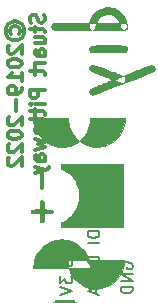
<source format=gbr>
%TF.GenerationSoftware,KiCad,Pcbnew,7.0.5-7.0.5~ubuntu20.04.1*%
%TF.CreationDate,2023-07-13T22:08:42+02:00*%
%TF.ProjectId,ModuleV450,4d6f6475-6c65-4563-9435-302e6b696361,rev?*%
%TF.SameCoordinates,Original*%
%TF.FileFunction,Legend,Bot*%
%TF.FilePolarity,Positive*%
%FSLAX46Y46*%
G04 Gerber Fmt 4.6, Leading zero omitted, Abs format (unit mm)*
G04 Created by KiCad (PCBNEW 7.0.5-7.0.5~ubuntu20.04.1) date 2023-07-13 22:08:42*
%MOMM*%
%LPD*%
G01*
G04 APERTURE LIST*
G04 Aperture macros list*
%AMRoundRect*
0 Rectangle with rounded corners*
0 $1 Rounding radius*
0 $2 $3 $4 $5 $6 $7 $8 $9 X,Y pos of 4 corners*
0 Add a 4 corners polygon primitive as box body*
4,1,4,$2,$3,$4,$5,$6,$7,$8,$9,$2,$3,0*
0 Add four circle primitives for the rounded corners*
1,1,$1+$1,$2,$3*
1,1,$1+$1,$4,$5*
1,1,$1+$1,$6,$7*
1,1,$1+$1,$8,$9*
0 Add four rect primitives between the rounded corners*
20,1,$1+$1,$2,$3,$4,$5,0*
20,1,$1+$1,$4,$5,$6,$7,0*
20,1,$1+$1,$6,$7,$8,$9,0*
20,1,$1+$1,$8,$9,$2,$3,0*%
G04 Aperture macros list end*
%ADD10C,0.300000*%
%ADD11C,0.200000*%
%ADD12C,0.010000*%
%ADD13C,10.643506*%
%ADD14RoundRect,0.200000X-1.500000X-1.500000X1.500000X-1.500000X1.500000X1.500000X-1.500000X1.500000X0*%
%ADD15O,2.100000X2.100000*%
%ADD16RoundRect,0.200000X-0.850000X-0.850000X0.850000X-0.850000X0.850000X0.850000X-0.850000X0.850000X0*%
%ADD17RoundRect,0.200000X0.850000X-0.850000X0.850000X0.850000X-0.850000X0.850000X-0.850000X-0.850000X0*%
%ADD18RoundRect,0.200000X-0.850000X0.850000X-0.850000X-0.850000X0.850000X-0.850000X0.850000X0.850000X0*%
G04 APERTURE END LIST*
D10*
X26084257Y11985714D02*
X26027114Y12099999D01*
X26027114Y12099999D02*
X26027114Y12328571D01*
X26027114Y12328571D02*
X26084257Y12442856D01*
X26084257Y12442856D02*
X26198542Y12557142D01*
X26198542Y12557142D02*
X26312828Y12614285D01*
X26312828Y12614285D02*
X26541400Y12614285D01*
X26541400Y12614285D02*
X26655685Y12557142D01*
X26655685Y12557142D02*
X26769971Y12442856D01*
X26769971Y12442856D02*
X26827114Y12328571D01*
X26827114Y12328571D02*
X26827114Y12099999D01*
X26827114Y12099999D02*
X26769971Y11985714D01*
X25627114Y12214285D02*
X25684257Y12499999D01*
X25684257Y12499999D02*
X25855685Y12785714D01*
X25855685Y12785714D02*
X26141400Y12957142D01*
X26141400Y12957142D02*
X26427114Y13014285D01*
X26427114Y13014285D02*
X26712828Y12957142D01*
X26712828Y12957142D02*
X26998542Y12785714D01*
X26998542Y12785714D02*
X27169971Y12499999D01*
X27169971Y12499999D02*
X27227114Y12214285D01*
X27227114Y12214285D02*
X27169971Y11928571D01*
X27169971Y11928571D02*
X26998542Y11642856D01*
X26998542Y11642856D02*
X26712828Y11471428D01*
X26712828Y11471428D02*
X26427114Y11414285D01*
X26427114Y11414285D02*
X26141400Y11471428D01*
X26141400Y11471428D02*
X25855685Y11642856D01*
X25855685Y11642856D02*
X25684257Y11928571D01*
X25684257Y11928571D02*
X25627114Y12214285D01*
X25912828Y10957142D02*
X25855685Y10899999D01*
X25855685Y10899999D02*
X25798542Y10785713D01*
X25798542Y10785713D02*
X25798542Y10499999D01*
X25798542Y10499999D02*
X25855685Y10385713D01*
X25855685Y10385713D02*
X25912828Y10328571D01*
X25912828Y10328571D02*
X26027114Y10271428D01*
X26027114Y10271428D02*
X26141400Y10271428D01*
X26141400Y10271428D02*
X26312828Y10328571D01*
X26312828Y10328571D02*
X26998542Y11014285D01*
X26998542Y11014285D02*
X26998542Y10271428D01*
X25798542Y9528571D02*
X25798542Y9414285D01*
X25798542Y9414285D02*
X25855685Y9299999D01*
X25855685Y9299999D02*
X25912828Y9242856D01*
X25912828Y9242856D02*
X26027114Y9185714D01*
X26027114Y9185714D02*
X26255685Y9128571D01*
X26255685Y9128571D02*
X26541400Y9128571D01*
X26541400Y9128571D02*
X26769971Y9185714D01*
X26769971Y9185714D02*
X26884257Y9242856D01*
X26884257Y9242856D02*
X26941400Y9299999D01*
X26941400Y9299999D02*
X26998542Y9414285D01*
X26998542Y9414285D02*
X26998542Y9528571D01*
X26998542Y9528571D02*
X26941400Y9642856D01*
X26941400Y9642856D02*
X26884257Y9699999D01*
X26884257Y9699999D02*
X26769971Y9757142D01*
X26769971Y9757142D02*
X26541400Y9814285D01*
X26541400Y9814285D02*
X26255685Y9814285D01*
X26255685Y9814285D02*
X26027114Y9757142D01*
X26027114Y9757142D02*
X25912828Y9699999D01*
X25912828Y9699999D02*
X25855685Y9642856D01*
X25855685Y9642856D02*
X25798542Y9528571D01*
X26998542Y7985714D02*
X26998542Y8671428D01*
X26998542Y8328571D02*
X25798542Y8328571D01*
X25798542Y8328571D02*
X25969971Y8442857D01*
X25969971Y8442857D02*
X26084257Y8557142D01*
X26084257Y8557142D02*
X26141400Y8671428D01*
X26998542Y7414285D02*
X26998542Y7185714D01*
X26998542Y7185714D02*
X26941400Y7071428D01*
X26941400Y7071428D02*
X26884257Y7014285D01*
X26884257Y7014285D02*
X26712828Y6900000D01*
X26712828Y6900000D02*
X26484257Y6842857D01*
X26484257Y6842857D02*
X26027114Y6842857D01*
X26027114Y6842857D02*
X25912828Y6900000D01*
X25912828Y6900000D02*
X25855685Y6957142D01*
X25855685Y6957142D02*
X25798542Y7071428D01*
X25798542Y7071428D02*
X25798542Y7300000D01*
X25798542Y7300000D02*
X25855685Y7414285D01*
X25855685Y7414285D02*
X25912828Y7471428D01*
X25912828Y7471428D02*
X26027114Y7528571D01*
X26027114Y7528571D02*
X26312828Y7528571D01*
X26312828Y7528571D02*
X26427114Y7471428D01*
X26427114Y7471428D02*
X26484257Y7414285D01*
X26484257Y7414285D02*
X26541400Y7300000D01*
X26541400Y7300000D02*
X26541400Y7071428D01*
X26541400Y7071428D02*
X26484257Y6957142D01*
X26484257Y6957142D02*
X26427114Y6900000D01*
X26427114Y6900000D02*
X26312828Y6842857D01*
X26541400Y6328571D02*
X26541400Y5414285D01*
X25912828Y4900000D02*
X25855685Y4842857D01*
X25855685Y4842857D02*
X25798542Y4728571D01*
X25798542Y4728571D02*
X25798542Y4442857D01*
X25798542Y4442857D02*
X25855685Y4328571D01*
X25855685Y4328571D02*
X25912828Y4271429D01*
X25912828Y4271429D02*
X26027114Y4214286D01*
X26027114Y4214286D02*
X26141400Y4214286D01*
X26141400Y4214286D02*
X26312828Y4271429D01*
X26312828Y4271429D02*
X26998542Y4957143D01*
X26998542Y4957143D02*
X26998542Y4214286D01*
X25798542Y3471429D02*
X25798542Y3357143D01*
X25798542Y3357143D02*
X25855685Y3242857D01*
X25855685Y3242857D02*
X25912828Y3185714D01*
X25912828Y3185714D02*
X26027114Y3128572D01*
X26027114Y3128572D02*
X26255685Y3071429D01*
X26255685Y3071429D02*
X26541400Y3071429D01*
X26541400Y3071429D02*
X26769971Y3128572D01*
X26769971Y3128572D02*
X26884257Y3185714D01*
X26884257Y3185714D02*
X26941400Y3242857D01*
X26941400Y3242857D02*
X26998542Y3357143D01*
X26998542Y3357143D02*
X26998542Y3471429D01*
X26998542Y3471429D02*
X26941400Y3585714D01*
X26941400Y3585714D02*
X26884257Y3642857D01*
X26884257Y3642857D02*
X26769971Y3700000D01*
X26769971Y3700000D02*
X26541400Y3757143D01*
X26541400Y3757143D02*
X26255685Y3757143D01*
X26255685Y3757143D02*
X26027114Y3700000D01*
X26027114Y3700000D02*
X25912828Y3642857D01*
X25912828Y3642857D02*
X25855685Y3585714D01*
X25855685Y3585714D02*
X25798542Y3471429D01*
X25912828Y2614286D02*
X25855685Y2557143D01*
X25855685Y2557143D02*
X25798542Y2442857D01*
X25798542Y2442857D02*
X25798542Y2157143D01*
X25798542Y2157143D02*
X25855685Y2042857D01*
X25855685Y2042857D02*
X25912828Y1985715D01*
X25912828Y1985715D02*
X26027114Y1928572D01*
X26027114Y1928572D02*
X26141400Y1928572D01*
X26141400Y1928572D02*
X26312828Y1985715D01*
X26312828Y1985715D02*
X26998542Y2671429D01*
X26998542Y2671429D02*
X26998542Y1928572D01*
X25912828Y1471429D02*
X25855685Y1414286D01*
X25855685Y1414286D02*
X25798542Y1300000D01*
X25798542Y1300000D02*
X25798542Y1014286D01*
X25798542Y1014286D02*
X25855685Y900000D01*
X25855685Y900000D02*
X25912828Y842858D01*
X25912828Y842858D02*
X26027114Y785715D01*
X26027114Y785715D02*
X26141400Y785715D01*
X26141400Y785715D02*
X26312828Y842858D01*
X26312828Y842858D02*
X26998542Y1528572D01*
X26998542Y1528572D02*
X26998542Y785715D01*
X28873400Y13585714D02*
X28930542Y13414285D01*
X28930542Y13414285D02*
X28930542Y13128571D01*
X28930542Y13128571D02*
X28873400Y13014285D01*
X28873400Y13014285D02*
X28816257Y12957143D01*
X28816257Y12957143D02*
X28701971Y12900000D01*
X28701971Y12900000D02*
X28587685Y12900000D01*
X28587685Y12900000D02*
X28473400Y12957143D01*
X28473400Y12957143D02*
X28416257Y13014285D01*
X28416257Y13014285D02*
X28359114Y13128571D01*
X28359114Y13128571D02*
X28301971Y13357143D01*
X28301971Y13357143D02*
X28244828Y13471428D01*
X28244828Y13471428D02*
X28187685Y13528571D01*
X28187685Y13528571D02*
X28073400Y13585714D01*
X28073400Y13585714D02*
X27959114Y13585714D01*
X27959114Y13585714D02*
X27844828Y13528571D01*
X27844828Y13528571D02*
X27787685Y13471428D01*
X27787685Y13471428D02*
X27730542Y13357143D01*
X27730542Y13357143D02*
X27730542Y13071428D01*
X27730542Y13071428D02*
X27787685Y12900000D01*
X28130542Y12557143D02*
X28130542Y12100000D01*
X27730542Y12385714D02*
X28759114Y12385714D01*
X28759114Y12385714D02*
X28873400Y12328571D01*
X28873400Y12328571D02*
X28930542Y12214286D01*
X28930542Y12214286D02*
X28930542Y12100000D01*
X28130542Y11185714D02*
X28930542Y11185714D01*
X28130542Y11700000D02*
X28759114Y11700000D01*
X28759114Y11700000D02*
X28873400Y11642857D01*
X28873400Y11642857D02*
X28930542Y11528572D01*
X28930542Y11528572D02*
X28930542Y11357143D01*
X28930542Y11357143D02*
X28873400Y11242857D01*
X28873400Y11242857D02*
X28816257Y11185714D01*
X28930542Y10100000D02*
X28301971Y10100000D01*
X28301971Y10100000D02*
X28187685Y10157143D01*
X28187685Y10157143D02*
X28130542Y10271429D01*
X28130542Y10271429D02*
X28130542Y10500000D01*
X28130542Y10500000D02*
X28187685Y10614286D01*
X28873400Y10100000D02*
X28930542Y10214286D01*
X28930542Y10214286D02*
X28930542Y10500000D01*
X28930542Y10500000D02*
X28873400Y10614286D01*
X28873400Y10614286D02*
X28759114Y10671429D01*
X28759114Y10671429D02*
X28644828Y10671429D01*
X28644828Y10671429D02*
X28530542Y10614286D01*
X28530542Y10614286D02*
X28473400Y10500000D01*
X28473400Y10500000D02*
X28473400Y10214286D01*
X28473400Y10214286D02*
X28416257Y10100000D01*
X28930542Y9528572D02*
X28130542Y9528572D01*
X28359114Y9528572D02*
X28244828Y9471429D01*
X28244828Y9471429D02*
X28187685Y9414286D01*
X28187685Y9414286D02*
X28130542Y9300001D01*
X28130542Y9300001D02*
X28130542Y9185715D01*
X28130542Y8957144D02*
X28130542Y8500001D01*
X27730542Y8785715D02*
X28759114Y8785715D01*
X28759114Y8785715D02*
X28873400Y8728572D01*
X28873400Y8728572D02*
X28930542Y8614287D01*
X28930542Y8614287D02*
X28930542Y8500001D01*
X28930542Y7185715D02*
X27730542Y7185715D01*
X27730542Y7185715D02*
X27730542Y6728572D01*
X27730542Y6728572D02*
X27787685Y6614287D01*
X27787685Y6614287D02*
X27844828Y6557144D01*
X27844828Y6557144D02*
X27959114Y6500001D01*
X27959114Y6500001D02*
X28130542Y6500001D01*
X28130542Y6500001D02*
X28244828Y6557144D01*
X28244828Y6557144D02*
X28301971Y6614287D01*
X28301971Y6614287D02*
X28359114Y6728572D01*
X28359114Y6728572D02*
X28359114Y7185715D01*
X28930542Y5985715D02*
X28130542Y5985715D01*
X27730542Y5985715D02*
X27787685Y6042858D01*
X27787685Y6042858D02*
X27844828Y5985715D01*
X27844828Y5985715D02*
X27787685Y5928572D01*
X27787685Y5928572D02*
X27730542Y5985715D01*
X27730542Y5985715D02*
X27844828Y5985715D01*
X28130542Y5585715D02*
X28130542Y5128572D01*
X27730542Y5414286D02*
X28759114Y5414286D01*
X28759114Y5414286D02*
X28873400Y5357143D01*
X28873400Y5357143D02*
X28930542Y5242858D01*
X28930542Y5242858D02*
X28930542Y5128572D01*
X28130542Y4900001D02*
X28130542Y4442858D01*
X27730542Y4728572D02*
X28759114Y4728572D01*
X28759114Y4728572D02*
X28873400Y4671429D01*
X28873400Y4671429D02*
X28930542Y4557144D01*
X28930542Y4557144D02*
X28930542Y4442858D01*
X28930542Y3528572D02*
X28301971Y3528572D01*
X28301971Y3528572D02*
X28187685Y3585715D01*
X28187685Y3585715D02*
X28130542Y3700001D01*
X28130542Y3700001D02*
X28130542Y3928572D01*
X28130542Y3928572D02*
X28187685Y4042858D01*
X28873400Y3528572D02*
X28930542Y3642858D01*
X28930542Y3642858D02*
X28930542Y3928572D01*
X28930542Y3928572D02*
X28873400Y4042858D01*
X28873400Y4042858D02*
X28759114Y4100001D01*
X28759114Y4100001D02*
X28644828Y4100001D01*
X28644828Y4100001D02*
X28530542Y4042858D01*
X28530542Y4042858D02*
X28473400Y3928572D01*
X28473400Y3928572D02*
X28473400Y3642858D01*
X28473400Y3642858D02*
X28416257Y3528572D01*
X28130542Y3071430D02*
X28930542Y2842858D01*
X28930542Y2842858D02*
X28359114Y2614287D01*
X28359114Y2614287D02*
X28930542Y2385716D01*
X28930542Y2385716D02*
X28130542Y2157144D01*
X28930542Y1185715D02*
X28301971Y1185715D01*
X28301971Y1185715D02*
X28187685Y1242858D01*
X28187685Y1242858D02*
X28130542Y1357144D01*
X28130542Y1357144D02*
X28130542Y1585715D01*
X28130542Y1585715D02*
X28187685Y1700001D01*
X28873400Y1185715D02*
X28930542Y1300001D01*
X28930542Y1300001D02*
X28930542Y1585715D01*
X28930542Y1585715D02*
X28873400Y1700001D01*
X28873400Y1700001D02*
X28759114Y1757144D01*
X28759114Y1757144D02*
X28644828Y1757144D01*
X28644828Y1757144D02*
X28530542Y1700001D01*
X28530542Y1700001D02*
X28473400Y1585715D01*
X28473400Y1585715D02*
X28473400Y1300001D01*
X28473400Y1300001D02*
X28416257Y1185715D01*
X28130542Y728573D02*
X28930542Y442859D01*
X28130542Y157144D02*
X28930542Y442859D01*
X28930542Y442859D02*
X29216257Y557144D01*
X29216257Y557144D02*
X29273400Y614287D01*
X29273400Y614287D02*
X29330542Y728573D01*
D11*
X30896266Y-5969673D02*
X30896266Y-6731578D01*
X31277219Y-6350625D02*
X30515314Y-6350625D01*
X30277219Y-7112530D02*
X30277219Y-7731577D01*
X30277219Y-7731577D02*
X30658171Y-7398244D01*
X30658171Y-7398244D02*
X30658171Y-7541101D01*
X30658171Y-7541101D02*
X30705790Y-7636339D01*
X30705790Y-7636339D02*
X30753409Y-7683958D01*
X30753409Y-7683958D02*
X30848647Y-7731577D01*
X30848647Y-7731577D02*
X31086742Y-7731577D01*
X31086742Y-7731577D02*
X31181980Y-7683958D01*
X31181980Y-7683958D02*
X31229600Y-7636339D01*
X31229600Y-7636339D02*
X31277219Y-7541101D01*
X31277219Y-7541101D02*
X31277219Y-7255387D01*
X31277219Y-7255387D02*
X31229600Y-7160149D01*
X31229600Y-7160149D02*
X31181980Y-7112530D01*
X31181980Y-8160149D02*
X31229600Y-8207768D01*
X31229600Y-8207768D02*
X31277219Y-8160149D01*
X31277219Y-8160149D02*
X31229600Y-8112530D01*
X31229600Y-8112530D02*
X31181980Y-8160149D01*
X31181980Y-8160149D02*
X31277219Y-8160149D01*
X30277219Y-8541101D02*
X30277219Y-9160148D01*
X30277219Y-9160148D02*
X30658171Y-8826815D01*
X30658171Y-8826815D02*
X30658171Y-8969672D01*
X30658171Y-8969672D02*
X30705790Y-9064910D01*
X30705790Y-9064910D02*
X30753409Y-9112529D01*
X30753409Y-9112529D02*
X30848647Y-9160148D01*
X30848647Y-9160148D02*
X31086742Y-9160148D01*
X31086742Y-9160148D02*
X31181980Y-9112529D01*
X31181980Y-9112529D02*
X31229600Y-9064910D01*
X31229600Y-9064910D02*
X31277219Y-8969672D01*
X31277219Y-8969672D02*
X31277219Y-8683958D01*
X31277219Y-8683958D02*
X31229600Y-8588720D01*
X31229600Y-8588720D02*
X31181980Y-8541101D01*
X30277219Y-9445863D02*
X31277219Y-9779196D01*
X31277219Y-9779196D02*
X30277219Y-10112529D01*
X35424838Y-7922053D02*
X35377219Y-7826815D01*
X35377219Y-7826815D02*
X35377219Y-7683958D01*
X35377219Y-7683958D02*
X35424838Y-7541101D01*
X35424838Y-7541101D02*
X35520076Y-7445863D01*
X35520076Y-7445863D02*
X35615314Y-7398244D01*
X35615314Y-7398244D02*
X35805790Y-7350625D01*
X35805790Y-7350625D02*
X35948647Y-7350625D01*
X35948647Y-7350625D02*
X36139123Y-7398244D01*
X36139123Y-7398244D02*
X36234361Y-7445863D01*
X36234361Y-7445863D02*
X36329600Y-7541101D01*
X36329600Y-7541101D02*
X36377219Y-7683958D01*
X36377219Y-7683958D02*
X36377219Y-7779196D01*
X36377219Y-7779196D02*
X36329600Y-7922053D01*
X36329600Y-7922053D02*
X36281980Y-7969672D01*
X36281980Y-7969672D02*
X35948647Y-7969672D01*
X35948647Y-7969672D02*
X35948647Y-7779196D01*
X36377219Y-8398244D02*
X35377219Y-8398244D01*
X35377219Y-8398244D02*
X36377219Y-8969672D01*
X36377219Y-8969672D02*
X35377219Y-8969672D01*
X36377219Y-9445863D02*
X35377219Y-9445863D01*
X35377219Y-9445863D02*
X35377219Y-9683958D01*
X35377219Y-9683958D02*
X35424838Y-9826815D01*
X35424838Y-9826815D02*
X35520076Y-9922053D01*
X35520076Y-9922053D02*
X35615314Y-9969672D01*
X35615314Y-9969672D02*
X35805790Y-10017291D01*
X35805790Y-10017291D02*
X35948647Y-10017291D01*
X35948647Y-10017291D02*
X36139123Y-9969672D01*
X36139123Y-9969672D02*
X36234361Y-9922053D01*
X36234361Y-9922053D02*
X36329600Y-9826815D01*
X36329600Y-9826815D02*
X36377219Y-9683958D01*
X36377219Y-9683958D02*
X36377219Y-9445863D01*
X32577219Y-2683958D02*
X33386742Y-2683958D01*
X33386742Y-2683958D02*
X33481980Y-2731577D01*
X33481980Y-2731577D02*
X33529600Y-2779196D01*
X33529600Y-2779196D02*
X33577219Y-2874434D01*
X33577219Y-2874434D02*
X33577219Y-3064910D01*
X33577219Y-3064910D02*
X33529600Y-3160148D01*
X33529600Y-3160148D02*
X33481980Y-3207767D01*
X33481980Y-3207767D02*
X33386742Y-3255386D01*
X33386742Y-3255386D02*
X32577219Y-3255386D01*
X33577219Y-3731577D02*
X32577219Y-3731577D01*
X32577219Y-3731577D02*
X32577219Y-4112529D01*
X32577219Y-4112529D02*
X32624838Y-4207767D01*
X32624838Y-4207767D02*
X32672457Y-4255386D01*
X32672457Y-4255386D02*
X32767695Y-4303005D01*
X32767695Y-4303005D02*
X32910552Y-4303005D01*
X32910552Y-4303005D02*
X33005790Y-4255386D01*
X33005790Y-4255386D02*
X33053409Y-4207767D01*
X33053409Y-4207767D02*
X33101028Y-4112529D01*
X33101028Y-4112529D02*
X33101028Y-3731577D01*
X33577219Y-4731577D02*
X32577219Y-4731577D01*
X32577219Y-4731577D02*
X32577219Y-4969672D01*
X32577219Y-4969672D02*
X32624838Y-5112529D01*
X32624838Y-5112529D02*
X32720076Y-5207767D01*
X32720076Y-5207767D02*
X32815314Y-5255386D01*
X32815314Y-5255386D02*
X33005790Y-5303005D01*
X33005790Y-5303005D02*
X33148647Y-5303005D01*
X33148647Y-5303005D02*
X33339123Y-5255386D01*
X33339123Y-5255386D02*
X33434361Y-5207767D01*
X33434361Y-5207767D02*
X33529600Y-5112529D01*
X33529600Y-5112529D02*
X33577219Y-4969672D01*
X33577219Y-4969672D02*
X33577219Y-4731577D01*
X33577219Y-5731577D02*
X32577219Y-5731577D01*
X33577219Y-6969672D02*
X32577219Y-6969672D01*
X32577219Y-6969672D02*
X32577219Y-7207767D01*
X32577219Y-7207767D02*
X32624838Y-7350624D01*
X32624838Y-7350624D02*
X32720076Y-7445862D01*
X32720076Y-7445862D02*
X32815314Y-7493481D01*
X32815314Y-7493481D02*
X33005790Y-7541100D01*
X33005790Y-7541100D02*
X33148647Y-7541100D01*
X33148647Y-7541100D02*
X33339123Y-7493481D01*
X33339123Y-7493481D02*
X33434361Y-7445862D01*
X33434361Y-7445862D02*
X33529600Y-7350624D01*
X33529600Y-7350624D02*
X33577219Y-7207767D01*
X33577219Y-7207767D02*
X33577219Y-6969672D01*
X33291504Y-7922053D02*
X33291504Y-8398243D01*
X33577219Y-7826815D02*
X32577219Y-8160148D01*
X32577219Y-8160148D02*
X33577219Y-8493481D01*
X32577219Y-8683958D02*
X32577219Y-9255386D01*
X33577219Y-8969672D02*
X32577219Y-8969672D01*
X33291504Y-9541101D02*
X33291504Y-10017291D01*
X33577219Y-9445863D02*
X32577219Y-9779196D01*
X32577219Y-9779196D02*
X33577219Y-10112529D01*
%TO.C,G\u002A\u002A\u002A*%
D12*
X35916995Y12698125D02*
X35934818Y12632555D01*
X35933761Y12548024D01*
X35910970Y12466053D01*
X35868348Y12398375D01*
X35837009Y12371061D01*
X35779888Y12336702D01*
X35718771Y12311920D01*
X35667000Y12303031D01*
X35646003Y12304633D01*
X35649013Y12309422D01*
X35680976Y12319547D01*
X35711151Y12329489D01*
X35785267Y12370072D01*
X35838311Y12429695D01*
X35872399Y12511389D01*
X35889649Y12618184D01*
X35891138Y12636581D01*
X35896185Y12687967D01*
X35901266Y12712691D01*
X35907747Y12714746D01*
X35916995Y12698125D01*
G36*
X35916995Y12698125D02*
G01*
X35934818Y12632555D01*
X35933761Y12548024D01*
X35910970Y12466053D01*
X35868348Y12398375D01*
X35837009Y12371061D01*
X35779888Y12336702D01*
X35718771Y12311920D01*
X35667000Y12303031D01*
X35646003Y12304633D01*
X35649013Y12309422D01*
X35680976Y12319547D01*
X35711151Y12329489D01*
X35785267Y12370072D01*
X35838311Y12429695D01*
X35872399Y12511389D01*
X35889649Y12618184D01*
X35891138Y12636581D01*
X35896185Y12687967D01*
X35901266Y12712691D01*
X35907747Y12714746D01*
X35916995Y12698125D01*
G37*
X28734120Y706559D02*
X28775140Y677201D01*
X28810616Y636894D01*
X28829706Y596186D01*
X28829833Y595394D01*
X28831191Y570230D01*
X28832505Y516835D01*
X28833743Y438425D01*
X28834873Y338220D01*
X28835865Y219438D01*
X28836687Y85297D01*
X28837306Y-60984D01*
X28837692Y-216187D01*
X28837767Y-405266D01*
X28837275Y-573639D01*
X28836162Y-713671D01*
X28834393Y-827102D01*
X28831931Y-915672D01*
X28828737Y-981123D01*
X28824776Y-1025193D01*
X28820010Y-1049625D01*
X28793113Y-1097230D01*
X28741597Y-1134244D01*
X28732881Y-1138304D01*
X28664105Y-1154795D01*
X28602287Y-1140311D01*
X28547491Y-1094864D01*
X28507375Y-1047188D01*
X28507375Y616750D01*
X28551031Y664092D01*
X28590057Y696988D01*
X28639748Y714035D01*
X28707616Y714969D01*
X28734120Y706559D01*
G36*
X28734120Y706559D02*
G01*
X28775140Y677201D01*
X28810616Y636894D01*
X28829706Y596186D01*
X28829833Y595394D01*
X28831191Y570230D01*
X28832505Y516835D01*
X28833743Y438425D01*
X28834873Y338220D01*
X28835865Y219438D01*
X28836687Y85297D01*
X28837306Y-60984D01*
X28837692Y-216187D01*
X28837767Y-405266D01*
X28837275Y-573639D01*
X28836162Y-713671D01*
X28834393Y-827102D01*
X28831931Y-915672D01*
X28828737Y-981123D01*
X28824776Y-1025193D01*
X28820010Y-1049625D01*
X28793113Y-1097230D01*
X28741597Y-1134244D01*
X28732881Y-1138304D01*
X28664105Y-1154795D01*
X28602287Y-1140311D01*
X28547491Y-1094864D01*
X28507375Y-1047188D01*
X28507375Y616750D01*
X28551031Y664092D01*
X28590057Y696988D01*
X28639748Y714035D01*
X28707616Y714969D01*
X28734120Y706559D01*
G37*
X35603500Y-4367500D02*
X30284367Y-4367500D01*
X30288839Y-4184738D01*
X30293312Y-4001976D01*
X30449889Y-3931489D01*
X30629571Y-3841685D01*
X30861324Y-3696417D01*
X31073146Y-3528021D01*
X31263577Y-3338373D01*
X31431162Y-3129352D01*
X31574441Y-2902834D01*
X31691956Y-2660694D01*
X31782250Y-2404812D01*
X31843865Y-2137062D01*
X31852897Y-2081804D01*
X31862533Y-2009956D01*
X31868434Y-1940437D01*
X31871031Y-1864742D01*
X31870755Y-1774368D01*
X31868038Y-1660812D01*
X31866721Y-1622508D01*
X31851388Y-1409439D01*
X31821738Y-1215910D01*
X31775708Y-1033452D01*
X31711236Y-853597D01*
X31626259Y-667875D01*
X31549637Y-527720D01*
X31404119Y-310691D01*
X31235092Y-108749D01*
X31045988Y74902D01*
X30840238Y237058D01*
X30621275Y374514D01*
X30392531Y484066D01*
X30285375Y527636D01*
X30285375Y950625D01*
X35603500Y950625D01*
X35603500Y-4367500D01*
G36*
X35603500Y-4367500D02*
G01*
X30284367Y-4367500D01*
X30288839Y-4184738D01*
X30293312Y-4001976D01*
X30449889Y-3931489D01*
X30629571Y-3841685D01*
X30861324Y-3696417D01*
X31073146Y-3528021D01*
X31263577Y-3338373D01*
X31431162Y-3129352D01*
X31574441Y-2902834D01*
X31691956Y-2660694D01*
X31782250Y-2404812D01*
X31843865Y-2137062D01*
X31852897Y-2081804D01*
X31862533Y-2009956D01*
X31868434Y-1940437D01*
X31871031Y-1864742D01*
X31870755Y-1774368D01*
X31868038Y-1660812D01*
X31866721Y-1622508D01*
X31851388Y-1409439D01*
X31821738Y-1215910D01*
X31775708Y-1033452D01*
X31711236Y-853597D01*
X31626259Y-667875D01*
X31549637Y-527720D01*
X31404119Y-310691D01*
X31235092Y-108749D01*
X31045988Y74902D01*
X30840238Y237058D01*
X30621275Y374514D01*
X30392531Y484066D01*
X30285375Y527636D01*
X30285375Y950625D01*
X35603500Y950625D01*
X35603500Y-4367500D01*
G37*
X35723137Y4677282D02*
X35709451Y4535559D01*
X35661231Y4256566D01*
X35585731Y3993549D01*
X35482643Y3745834D01*
X35351665Y3512748D01*
X35192491Y3293615D01*
X35004816Y3087762D01*
X34980661Y3064242D01*
X34771995Y2885549D01*
X34545904Y2733205D01*
X34303435Y2607762D01*
X34045636Y2509771D01*
X33773553Y2439784D01*
X33735751Y2432766D01*
X33572508Y2412168D01*
X33393708Y2402571D01*
X33210687Y2403974D01*
X33034780Y2416379D01*
X32877321Y2439784D01*
X32801980Y2456056D01*
X32560208Y2524626D01*
X32329434Y2614901D01*
X32115457Y2724383D01*
X31924075Y2850573D01*
X31872087Y2889592D01*
X32033981Y3043265D01*
X32138133Y3146037D01*
X32259865Y3280399D01*
X32364816Y3416081D01*
X32459924Y3561524D01*
X32512503Y3652957D01*
X32624651Y3888480D01*
X32709737Y4135856D01*
X32768615Y4397864D01*
X32802137Y4677282D01*
X32812870Y4824125D01*
X35733870Y4824125D01*
X35723137Y4677282D01*
G36*
X35723137Y4677282D02*
G01*
X35709451Y4535559D01*
X35661231Y4256566D01*
X35585731Y3993549D01*
X35482643Y3745834D01*
X35351665Y3512748D01*
X35192491Y3293615D01*
X35004816Y3087762D01*
X34980661Y3064242D01*
X34771995Y2885549D01*
X34545904Y2733205D01*
X34303435Y2607762D01*
X34045636Y2509771D01*
X33773553Y2439784D01*
X33735751Y2432766D01*
X33572508Y2412168D01*
X33393708Y2402571D01*
X33210687Y2403974D01*
X33034780Y2416379D01*
X32877321Y2439784D01*
X32801980Y2456056D01*
X32560208Y2524626D01*
X32329434Y2614901D01*
X32115457Y2724383D01*
X31924075Y2850573D01*
X31872087Y2889592D01*
X32033981Y3043265D01*
X32138133Y3146037D01*
X32259865Y3280399D01*
X32364816Y3416081D01*
X32459924Y3561524D01*
X32512503Y3652957D01*
X32624651Y3888480D01*
X32709737Y4135856D01*
X32768615Y4397864D01*
X32802137Y4677282D01*
X32812870Y4824125D01*
X35733870Y4824125D01*
X35723137Y4677282D01*
G37*
X30926371Y4669344D02*
X30932257Y4598491D01*
X30972844Y4329959D01*
X31040890Y4069660D01*
X31135004Y3820447D01*
X31253794Y3585175D01*
X31395869Y3366696D01*
X31559840Y3167863D01*
X31744314Y2991530D01*
X31788342Y2953216D01*
X31825198Y2916713D01*
X31841177Y2892469D01*
X31839133Y2877039D01*
X31822856Y2861828D01*
X31779444Y2829961D01*
X31718291Y2789995D01*
X31645642Y2745701D01*
X31567743Y2700851D01*
X31490838Y2659220D01*
X31421175Y2624578D01*
X31338528Y2587592D01*
X31115559Y2505044D01*
X30890387Y2448049D01*
X30655762Y2415038D01*
X30404437Y2404441D01*
X30335919Y2404906D01*
X30183647Y2410377D01*
X30048737Y2423238D01*
X29921241Y2445030D01*
X29791213Y2477294D01*
X29648706Y2521574D01*
X29488480Y2581223D01*
X29241707Y2699252D01*
X29013376Y2841774D01*
X28804784Y3007103D01*
X28617222Y3193553D01*
X28451987Y3399439D01*
X28310371Y3623075D01*
X28193668Y3862776D01*
X28103173Y4116855D01*
X28040180Y4383627D01*
X28005983Y4661407D01*
X27994836Y4824125D01*
X30915688Y4824125D01*
X30926371Y4669344D01*
G36*
X30926371Y4669344D02*
G01*
X30932257Y4598491D01*
X30972844Y4329959D01*
X31040890Y4069660D01*
X31135004Y3820447D01*
X31253794Y3585175D01*
X31395869Y3366696D01*
X31559840Y3167863D01*
X31744314Y2991530D01*
X31788342Y2953216D01*
X31825198Y2916713D01*
X31841177Y2892469D01*
X31839133Y2877039D01*
X31822856Y2861828D01*
X31779444Y2829961D01*
X31718291Y2789995D01*
X31645642Y2745701D01*
X31567743Y2700851D01*
X31490838Y2659220D01*
X31421175Y2624578D01*
X31338528Y2587592D01*
X31115559Y2505044D01*
X30890387Y2448049D01*
X30655762Y2415038D01*
X30404437Y2404441D01*
X30335919Y2404906D01*
X30183647Y2410377D01*
X30048737Y2423238D01*
X29921241Y2445030D01*
X29791213Y2477294D01*
X29648706Y2521574D01*
X29488480Y2581223D01*
X29241707Y2699252D01*
X29013376Y2841774D01*
X28804784Y3007103D01*
X28617222Y3193553D01*
X28451987Y3399439D01*
X28310371Y3623075D01*
X28193668Y3862776D01*
X28103173Y4116855D01*
X28040180Y4383627D01*
X28005983Y4661407D01*
X27994836Y4824125D01*
X30915688Y4824125D01*
X30926371Y4669344D01*
G37*
X35292689Y12832385D02*
X35295137Y12820550D01*
X35301916Y12775891D01*
X35309577Y12713606D01*
X35316886Y12643337D01*
X35320386Y12609893D01*
X35329207Y12544436D01*
X35338775Y12492689D01*
X35347557Y12463630D01*
X35348748Y12461467D01*
X35381718Y12419512D01*
X35429648Y12376405D01*
X35481296Y12341067D01*
X35525425Y12322422D01*
X35558132Y12314133D01*
X35571750Y12307204D01*
X35567746Y12306738D01*
X35537111Y12305857D01*
X35478266Y12305041D01*
X35393559Y12304298D01*
X35285343Y12303638D01*
X35155967Y12303070D01*
X35007782Y12302603D01*
X34843139Y12302249D01*
X34664389Y12302015D01*
X34473882Y12301911D01*
X34273968Y12301947D01*
X34116116Y12302053D01*
X33901501Y12302295D01*
X33715591Y12302665D01*
X33556547Y12303199D01*
X33422533Y12303931D01*
X33311713Y12304895D01*
X33222249Y12306125D01*
X33152305Y12307657D01*
X33100043Y12309524D01*
X33063628Y12311761D01*
X33041221Y12314402D01*
X33030987Y12317482D01*
X33031087Y12321036D01*
X33039687Y12325097D01*
X33054496Y12330816D01*
X33131007Y12379263D01*
X33188735Y12450543D01*
X33225228Y12540693D01*
X33238036Y12645750D01*
X33238668Y12666154D01*
X33244797Y12729661D01*
X33255315Y12792594D01*
X33272505Y12872750D01*
X35282558Y12872750D01*
X35292689Y12832385D01*
G36*
X35292689Y12832385D02*
G01*
X35295137Y12820550D01*
X35301916Y12775891D01*
X35309577Y12713606D01*
X35316886Y12643337D01*
X35320386Y12609893D01*
X35329207Y12544436D01*
X35338775Y12492689D01*
X35347557Y12463630D01*
X35348748Y12461467D01*
X35381718Y12419512D01*
X35429648Y12376405D01*
X35481296Y12341067D01*
X35525425Y12322422D01*
X35558132Y12314133D01*
X35571750Y12307204D01*
X35567746Y12306738D01*
X35537111Y12305857D01*
X35478266Y12305041D01*
X35393559Y12304298D01*
X35285343Y12303638D01*
X35155967Y12303070D01*
X35007782Y12302603D01*
X34843139Y12302249D01*
X34664389Y12302015D01*
X34473882Y12301911D01*
X34273968Y12301947D01*
X34116116Y12302053D01*
X33901501Y12302295D01*
X33715591Y12302665D01*
X33556547Y12303199D01*
X33422533Y12303931D01*
X33311713Y12304895D01*
X33222249Y12306125D01*
X33152305Y12307657D01*
X33100043Y12309524D01*
X33063628Y12311761D01*
X33041221Y12314402D01*
X33030987Y12317482D01*
X33031087Y12321036D01*
X33039687Y12325097D01*
X33054496Y12330816D01*
X33131007Y12379263D01*
X33188735Y12450543D01*
X33225228Y12540693D01*
X33238036Y12645750D01*
X33238668Y12666154D01*
X33244797Y12729661D01*
X33255315Y12792594D01*
X33272505Y12872750D01*
X35282558Y12872750D01*
X35292689Y12832385D01*
G37*
X28683540Y-2129148D02*
X28743516Y-2144256D01*
X28797799Y-2181615D01*
X28834063Y-2232856D01*
X28835440Y-2236335D01*
X28843715Y-2268320D01*
X28849728Y-2316369D01*
X28853721Y-2384398D01*
X28855939Y-2476321D01*
X28856625Y-2596052D01*
X28856625Y-2905250D01*
X29199341Y-2910093D01*
X29542057Y-2914937D01*
X29580341Y-2959478D01*
X29599581Y-2986796D01*
X29619384Y-3051102D01*
X29610221Y-3117904D01*
X29572333Y-3180593D01*
X29526041Y-3232437D01*
X29192472Y-3237287D01*
X28858904Y-3242137D01*
X28853795Y-3573622D01*
X28848687Y-3905107D01*
X28802061Y-3953741D01*
X28776483Y-3977600D01*
X28737930Y-3997379D01*
X28685746Y-4002375D01*
X28654203Y-4000954D01*
X28609900Y-3988051D01*
X28569653Y-3955971D01*
X28523250Y-3909567D01*
X28523250Y-3242157D01*
X28190990Y-3237297D01*
X28155661Y-3236767D01*
X28052191Y-3234905D01*
X27974571Y-3232644D01*
X27918221Y-3229523D01*
X27878563Y-3225077D01*
X27851019Y-3218844D01*
X27831010Y-3210362D01*
X27813959Y-3199166D01*
X27794539Y-3182122D01*
X27759011Y-3125344D01*
X27749331Y-3059892D01*
X27767629Y-2995144D01*
X27770276Y-2990439D01*
X27801075Y-2950698D01*
X27834928Y-2924742D01*
X27848254Y-2920944D01*
X27896115Y-2915018D01*
X27972038Y-2910640D01*
X28073645Y-2907929D01*
X28198559Y-2907000D01*
X28523250Y-2907000D01*
X28523250Y-2582309D01*
X28523672Y-2498214D01*
X28525710Y-2392475D01*
X28529293Y-2308645D01*
X28534268Y-2249997D01*
X28540477Y-2219808D01*
X28543348Y-2214113D01*
X28579185Y-2173198D01*
X28630050Y-2141718D01*
X28681268Y-2129125D01*
X28683540Y-2129148D01*
G36*
X28683540Y-2129148D02*
G01*
X28743516Y-2144256D01*
X28797799Y-2181615D01*
X28834063Y-2232856D01*
X28835440Y-2236335D01*
X28843715Y-2268320D01*
X28849728Y-2316369D01*
X28853721Y-2384398D01*
X28855939Y-2476321D01*
X28856625Y-2596052D01*
X28856625Y-2905250D01*
X29199341Y-2910093D01*
X29542057Y-2914937D01*
X29580341Y-2959478D01*
X29599581Y-2986796D01*
X29619384Y-3051102D01*
X29610221Y-3117904D01*
X29572333Y-3180593D01*
X29526041Y-3232437D01*
X29192472Y-3237287D01*
X28858904Y-3242137D01*
X28853795Y-3573622D01*
X28848687Y-3905107D01*
X28802061Y-3953741D01*
X28776483Y-3977600D01*
X28737930Y-3997379D01*
X28685746Y-4002375D01*
X28654203Y-4000954D01*
X28609900Y-3988051D01*
X28569653Y-3955971D01*
X28523250Y-3909567D01*
X28523250Y-3242157D01*
X28190990Y-3237297D01*
X28155661Y-3236767D01*
X28052191Y-3234905D01*
X27974571Y-3232644D01*
X27918221Y-3229523D01*
X27878563Y-3225077D01*
X27851019Y-3218844D01*
X27831010Y-3210362D01*
X27813959Y-3199166D01*
X27794539Y-3182122D01*
X27759011Y-3125344D01*
X27749331Y-3059892D01*
X27767629Y-2995144D01*
X27770276Y-2990439D01*
X27801075Y-2950698D01*
X27834928Y-2924742D01*
X27848254Y-2920944D01*
X27896115Y-2915018D01*
X27972038Y-2910640D01*
X28073645Y-2907929D01*
X28198559Y-2907000D01*
X28523250Y-2907000D01*
X28523250Y-2582309D01*
X28523672Y-2498214D01*
X28525710Y-2392475D01*
X28529293Y-2308645D01*
X28534268Y-2249997D01*
X28540477Y-2219808D01*
X28543348Y-2214113D01*
X28579185Y-2173198D01*
X28630050Y-2141718D01*
X28681268Y-2129125D01*
X28683540Y-2129148D01*
G37*
X34495913Y10984239D02*
X34678888Y10983789D01*
X34856185Y10983030D01*
X35024908Y10981963D01*
X35182160Y10980588D01*
X35325045Y10978904D01*
X35450664Y10976912D01*
X35556123Y10974612D01*
X35638523Y10972003D01*
X35694968Y10969086D01*
X35722562Y10965860D01*
X35787150Y10941618D01*
X35858237Y10890511D01*
X35906626Y10818509D01*
X35927958Y10757273D01*
X35935475Y10665243D01*
X35912807Y10578816D01*
X35860458Y10501452D01*
X35856168Y10496816D01*
X35842763Y10482172D01*
X35829787Y10469319D01*
X35815232Y10458140D01*
X35797084Y10448518D01*
X35773333Y10440337D01*
X35741968Y10433480D01*
X35700977Y10427831D01*
X35648349Y10423273D01*
X35582073Y10419690D01*
X35500137Y10416965D01*
X35400530Y10414982D01*
X35281241Y10413623D01*
X35140258Y10412773D01*
X34975571Y10412315D01*
X34785168Y10412132D01*
X34567037Y10412108D01*
X34319168Y10412125D01*
X34153060Y10412185D01*
X33890048Y10412569D01*
X33658214Y10413315D01*
X33457197Y10414427D01*
X33286634Y10415908D01*
X33146166Y10417764D01*
X33035430Y10419997D01*
X32954065Y10422614D01*
X32901709Y10425616D01*
X32878002Y10429010D01*
X32813727Y10465113D01*
X32753036Y10528462D01*
X32712932Y10607165D01*
X32698723Y10693397D01*
X32698748Y10695905D01*
X32714633Y10787978D01*
X32757595Y10866222D01*
X32824619Y10926796D01*
X32912687Y10965860D01*
X32936965Y10968839D01*
X32991203Y10971780D01*
X33071628Y10974414D01*
X33175344Y10976739D01*
X33299453Y10978756D01*
X33441060Y10980464D01*
X33597266Y10981864D01*
X33765176Y10982956D01*
X33941893Y10983739D01*
X34124519Y10984214D01*
X34310158Y10984381D01*
X34495913Y10984239D01*
G36*
X34495913Y10984239D02*
G01*
X34678888Y10983789D01*
X34856185Y10983030D01*
X35024908Y10981963D01*
X35182160Y10980588D01*
X35325045Y10978904D01*
X35450664Y10976912D01*
X35556123Y10974612D01*
X35638523Y10972003D01*
X35694968Y10969086D01*
X35722562Y10965860D01*
X35787150Y10941618D01*
X35858237Y10890511D01*
X35906626Y10818509D01*
X35927958Y10757273D01*
X35935475Y10665243D01*
X35912807Y10578816D01*
X35860458Y10501452D01*
X35856168Y10496816D01*
X35842763Y10482172D01*
X35829787Y10469319D01*
X35815232Y10458140D01*
X35797084Y10448518D01*
X35773333Y10440337D01*
X35741968Y10433480D01*
X35700977Y10427831D01*
X35648349Y10423273D01*
X35582073Y10419690D01*
X35500137Y10416965D01*
X35400530Y10414982D01*
X35281241Y10413623D01*
X35140258Y10412773D01*
X34975571Y10412315D01*
X34785168Y10412132D01*
X34567037Y10412108D01*
X34319168Y10412125D01*
X34153060Y10412185D01*
X33890048Y10412569D01*
X33658214Y10413315D01*
X33457197Y10414427D01*
X33286634Y10415908D01*
X33146166Y10417764D01*
X33035430Y10419997D01*
X32954065Y10422614D01*
X32901709Y10425616D01*
X32878002Y10429010D01*
X32813727Y10465113D01*
X32753036Y10528462D01*
X32712932Y10607165D01*
X32698723Y10693397D01*
X32698748Y10695905D01*
X32714633Y10787978D01*
X32757595Y10866222D01*
X32824619Y10926796D01*
X32912687Y10965860D01*
X32936965Y10968839D01*
X32991203Y10971780D01*
X33071628Y10974414D01*
X33175344Y10976739D01*
X33299453Y10978756D01*
X33441060Y10980464D01*
X33597266Y10981864D01*
X33765176Y10982956D01*
X33941893Y10983739D01*
X34124519Y10984214D01*
X34310158Y10984381D01*
X34495913Y10984239D01*
G37*
X30646664Y-5462123D02*
X30913423Y-5506879D01*
X31169924Y-5579953D01*
X31414292Y-5680034D01*
X31644654Y-5805810D01*
X31859137Y-5955969D01*
X32055867Y-6129197D01*
X32232971Y-6324182D01*
X32388574Y-6539613D01*
X32520804Y-6774177D01*
X32627786Y-7026562D01*
X32679126Y-7169437D01*
X34175483Y-7173487D01*
X35671841Y-7177537D01*
X35661346Y-7348112D01*
X35638656Y-7563944D01*
X35583679Y-7829771D01*
X35500808Y-8083536D01*
X35391441Y-8323639D01*
X35256974Y-8548479D01*
X35098804Y-8756456D01*
X34918328Y-8945969D01*
X34716942Y-9115419D01*
X34496045Y-9263204D01*
X34257032Y-9387724D01*
X34001302Y-9487379D01*
X33730250Y-9560568D01*
X33667891Y-9571906D01*
X33539912Y-9587032D01*
X33396016Y-9596070D01*
X33245599Y-9598927D01*
X33098058Y-9595506D01*
X32962788Y-9585714D01*
X32849187Y-9569454D01*
X32704941Y-9537619D01*
X32447057Y-9460196D01*
X32208448Y-9359376D01*
X31986147Y-9233599D01*
X31777190Y-9081304D01*
X31578609Y-8900931D01*
X31454662Y-8769772D01*
X31326873Y-8613705D01*
X31218241Y-8453367D01*
X31122834Y-8280687D01*
X31114085Y-8262934D01*
X31080655Y-8191151D01*
X31047272Y-8114241D01*
X31016625Y-8038979D01*
X30991404Y-7972136D01*
X30974299Y-7920487D01*
X30967999Y-7890803D01*
X30968346Y-7890308D01*
X30988507Y-7887144D01*
X31038549Y-7884315D01*
X31116843Y-7881848D01*
X31221763Y-7879769D01*
X31351681Y-7878105D01*
X31504968Y-7876884D01*
X31679998Y-7876131D01*
X31875144Y-7875875D01*
X32782288Y-7875875D01*
X32771117Y-7713673D01*
X32768828Y-7683196D01*
X32756346Y-7560784D01*
X32739280Y-7438591D01*
X32719243Y-7327129D01*
X32697850Y-7236906D01*
X32681007Y-7177375D01*
X30868130Y-7177375D01*
X30877710Y-7371843D01*
X30882299Y-7442475D01*
X30890860Y-7533048D01*
X30901325Y-7615266D01*
X30912367Y-7677437D01*
X30926037Y-7738326D01*
X30938541Y-7794575D01*
X30946768Y-7832218D01*
X30956093Y-7875875D01*
X29469298Y-7875875D01*
X29341094Y-7875864D01*
X29102525Y-7875764D01*
X28892971Y-7875537D01*
X28710596Y-7875153D01*
X28553566Y-7874584D01*
X28420045Y-7873800D01*
X28308197Y-7872773D01*
X28216189Y-7871473D01*
X28142184Y-7869873D01*
X28084348Y-7867942D01*
X28040845Y-7865652D01*
X28009841Y-7862975D01*
X27989500Y-7859881D01*
X27977987Y-7856341D01*
X27973467Y-7852326D01*
X27970421Y-7830793D01*
X27971040Y-7780516D01*
X27975970Y-7710586D01*
X27984453Y-7627486D01*
X27995734Y-7537696D01*
X28009054Y-7447696D01*
X28023658Y-7363968D01*
X28038788Y-7292994D01*
X28041829Y-7280589D01*
X28123183Y-7014947D01*
X28230751Y-6765321D01*
X28362826Y-6533063D01*
X28517700Y-6319522D01*
X28693667Y-6126049D01*
X28889020Y-5953992D01*
X29102054Y-5804702D01*
X29331061Y-5679529D01*
X29574334Y-5579822D01*
X29830167Y-5506932D01*
X30096854Y-5462208D01*
X30372687Y-5447000D01*
X30646664Y-5462123D01*
G36*
X30646664Y-5462123D02*
G01*
X30913423Y-5506879D01*
X31169924Y-5579953D01*
X31414292Y-5680034D01*
X31644654Y-5805810D01*
X31859137Y-5955969D01*
X32055867Y-6129197D01*
X32232971Y-6324182D01*
X32388574Y-6539613D01*
X32520804Y-6774177D01*
X32627786Y-7026562D01*
X32679126Y-7169437D01*
X34175483Y-7173487D01*
X35671841Y-7177537D01*
X35661346Y-7348112D01*
X35638656Y-7563944D01*
X35583679Y-7829771D01*
X35500808Y-8083536D01*
X35391441Y-8323639D01*
X35256974Y-8548479D01*
X35098804Y-8756456D01*
X34918328Y-8945969D01*
X34716942Y-9115419D01*
X34496045Y-9263204D01*
X34257032Y-9387724D01*
X34001302Y-9487379D01*
X33730250Y-9560568D01*
X33667891Y-9571906D01*
X33539912Y-9587032D01*
X33396016Y-9596070D01*
X33245599Y-9598927D01*
X33098058Y-9595506D01*
X32962788Y-9585714D01*
X32849187Y-9569454D01*
X32704941Y-9537619D01*
X32447057Y-9460196D01*
X32208448Y-9359376D01*
X31986147Y-9233599D01*
X31777190Y-9081304D01*
X31578609Y-8900931D01*
X31454662Y-8769772D01*
X31326873Y-8613705D01*
X31218241Y-8453367D01*
X31122834Y-8280687D01*
X31114085Y-8262934D01*
X31080655Y-8191151D01*
X31047272Y-8114241D01*
X31016625Y-8038979D01*
X30991404Y-7972136D01*
X30974299Y-7920487D01*
X30967999Y-7890803D01*
X30968346Y-7890308D01*
X30988507Y-7887144D01*
X31038549Y-7884315D01*
X31116843Y-7881848D01*
X31221763Y-7879769D01*
X31351681Y-7878105D01*
X31504968Y-7876884D01*
X31679998Y-7876131D01*
X31875144Y-7875875D01*
X32782288Y-7875875D01*
X32771117Y-7713673D01*
X32768828Y-7683196D01*
X32756346Y-7560784D01*
X32739280Y-7438591D01*
X32719243Y-7327129D01*
X32697850Y-7236906D01*
X32681007Y-7177375D01*
X30868130Y-7177375D01*
X30877710Y-7371843D01*
X30882299Y-7442475D01*
X30890860Y-7533048D01*
X30901325Y-7615266D01*
X30912367Y-7677437D01*
X30926037Y-7738326D01*
X30938541Y-7794575D01*
X30946768Y-7832218D01*
X30956093Y-7875875D01*
X29469298Y-7875875D01*
X29341094Y-7875864D01*
X29102525Y-7875764D01*
X28892971Y-7875537D01*
X28710596Y-7875153D01*
X28553566Y-7874584D01*
X28420045Y-7873800D01*
X28308197Y-7872773D01*
X28216189Y-7871473D01*
X28142184Y-7869873D01*
X28084348Y-7867942D01*
X28040845Y-7865652D01*
X28009841Y-7862975D01*
X27989500Y-7859881D01*
X27977987Y-7856341D01*
X27973467Y-7852326D01*
X27970421Y-7830793D01*
X27971040Y-7780516D01*
X27975970Y-7710586D01*
X27984453Y-7627486D01*
X27995734Y-7537696D01*
X28009054Y-7447696D01*
X28023658Y-7363968D01*
X28038788Y-7292994D01*
X28041829Y-7280589D01*
X28123183Y-7014947D01*
X28230751Y-6765321D01*
X28362826Y-6533063D01*
X28517700Y-6319522D01*
X28693667Y-6126049D01*
X28889020Y-5953992D01*
X29102054Y-5804702D01*
X29331061Y-5679529D01*
X29574334Y-5579822D01*
X29830167Y-5506932D01*
X30096854Y-5462208D01*
X30372687Y-5447000D01*
X30646664Y-5462123D01*
G37*
X34575926Y14176663D02*
X34787587Y14121116D01*
X34992312Y14035532D01*
X35081240Y13987432D01*
X35267959Y13861167D01*
X35433675Y13712156D01*
X35576843Y13542382D01*
X35695916Y13353828D01*
X35789349Y13148478D01*
X35855595Y12928313D01*
X35857415Y12920091D01*
X35867023Y12865398D01*
X35871780Y12818696D01*
X35871749Y12791135D01*
X35864875Y12782921D01*
X35845012Y12798247D01*
X35840031Y12802652D01*
X35799271Y12831082D01*
X35749715Y12851109D01*
X35685675Y12863931D01*
X35601465Y12870745D01*
X35491398Y12872750D01*
X35482036Y12872751D01*
X35400057Y12873036D01*
X35344034Y12874428D01*
X35308676Y12877794D01*
X35288696Y12884000D01*
X35278802Y12893913D01*
X35273705Y12908398D01*
X35270992Y12916880D01*
X35255368Y12955254D01*
X35230657Y13009625D01*
X35200835Y13071116D01*
X35172833Y13121745D01*
X35091356Y13236393D01*
X34990966Y13345414D01*
X34880025Y13440304D01*
X34766895Y13512555D01*
X34690061Y13549057D01*
X34518599Y13606518D01*
X34345065Y13633476D01*
X34172301Y13630366D01*
X34003152Y13597622D01*
X33840459Y13535678D01*
X33687067Y13444970D01*
X33545820Y13325932D01*
X33514552Y13294504D01*
X33459531Y13234781D01*
X33417301Y13179239D01*
X33379921Y13116721D01*
X33339445Y13036069D01*
X33261937Y12873951D01*
X32974295Y12873351D01*
X32686654Y12872750D01*
X32676814Y12813219D01*
X32672271Y12781429D01*
X32665871Y12688420D01*
X32668412Y12597573D01*
X32679319Y12518472D01*
X32698015Y12460705D01*
X32733948Y12407654D01*
X32800581Y12350143D01*
X32878789Y12316373D01*
X32875742Y12315177D01*
X32845628Y12313544D01*
X32787251Y12311960D01*
X32702639Y12310445D01*
X32593818Y12309015D01*
X32462817Y12307688D01*
X32311663Y12306481D01*
X32142385Y12305413D01*
X31957010Y12304501D01*
X31757566Y12303762D01*
X31546081Y12303214D01*
X31324582Y12302875D01*
X29720602Y12301250D01*
X29649898Y12336969D01*
X29646515Y12338705D01*
X29573673Y12392432D01*
X29524235Y12461646D01*
X29498386Y12540410D01*
X29496309Y12622786D01*
X29518189Y12702835D01*
X29564209Y12774621D01*
X29634553Y12832205D01*
X29640116Y12835393D01*
X29650486Y12840504D01*
X29663243Y12845008D01*
X29680346Y12848953D01*
X29703751Y12852392D01*
X29735416Y12855376D01*
X29777299Y12857956D01*
X29831356Y12860182D01*
X29899546Y12862107D01*
X29983826Y12863780D01*
X30086154Y12865253D01*
X30208486Y12866577D01*
X30352780Y12867803D01*
X30520994Y12868983D01*
X30715085Y12870166D01*
X30937011Y12871405D01*
X31188730Y12872750D01*
X32687397Y12880688D01*
X32721650Y13007688D01*
X32743746Y13083139D01*
X32824623Y13290791D01*
X32929304Y13478653D01*
X32959809Y13521987D01*
X33031044Y13609896D01*
X33115621Y13702216D01*
X33205881Y13791185D01*
X33294166Y13869046D01*
X33372817Y13928038D01*
X33511419Y14010345D01*
X33715831Y14102198D01*
X33927282Y14164942D01*
X34142978Y14198391D01*
X34360125Y14202360D01*
X34575926Y14176663D01*
G36*
X34575926Y14176663D02*
G01*
X34787587Y14121116D01*
X34992312Y14035532D01*
X35081240Y13987432D01*
X35267959Y13861167D01*
X35433675Y13712156D01*
X35576843Y13542382D01*
X35695916Y13353828D01*
X35789349Y13148478D01*
X35855595Y12928313D01*
X35857415Y12920091D01*
X35867023Y12865398D01*
X35871780Y12818696D01*
X35871749Y12791135D01*
X35864875Y12782921D01*
X35845012Y12798247D01*
X35840031Y12802652D01*
X35799271Y12831082D01*
X35749715Y12851109D01*
X35685675Y12863931D01*
X35601465Y12870745D01*
X35491398Y12872750D01*
X35482036Y12872751D01*
X35400057Y12873036D01*
X35344034Y12874428D01*
X35308676Y12877794D01*
X35288696Y12884000D01*
X35278802Y12893913D01*
X35273705Y12908398D01*
X35270992Y12916880D01*
X35255368Y12955254D01*
X35230657Y13009625D01*
X35200835Y13071116D01*
X35172833Y13121745D01*
X35091356Y13236393D01*
X34990966Y13345414D01*
X34880025Y13440304D01*
X34766895Y13512555D01*
X34690061Y13549057D01*
X34518599Y13606518D01*
X34345065Y13633476D01*
X34172301Y13630366D01*
X34003152Y13597622D01*
X33840459Y13535678D01*
X33687067Y13444970D01*
X33545820Y13325932D01*
X33514552Y13294504D01*
X33459531Y13234781D01*
X33417301Y13179239D01*
X33379921Y13116721D01*
X33339445Y13036069D01*
X33261937Y12873951D01*
X32974295Y12873351D01*
X32686654Y12872750D01*
X32676814Y12813219D01*
X32672271Y12781429D01*
X32665871Y12688420D01*
X32668412Y12597573D01*
X32679319Y12518472D01*
X32698015Y12460705D01*
X32733948Y12407654D01*
X32800581Y12350143D01*
X32878789Y12316373D01*
X32875742Y12315177D01*
X32845628Y12313544D01*
X32787251Y12311960D01*
X32702639Y12310445D01*
X32593818Y12309015D01*
X32462817Y12307688D01*
X32311663Y12306481D01*
X32142385Y12305413D01*
X31957010Y12304501D01*
X31757566Y12303762D01*
X31546081Y12303214D01*
X31324582Y12302875D01*
X29720602Y12301250D01*
X29649898Y12336969D01*
X29646515Y12338705D01*
X29573673Y12392432D01*
X29524235Y12461646D01*
X29498386Y12540410D01*
X29496309Y12622786D01*
X29518189Y12702835D01*
X29564209Y12774621D01*
X29634553Y12832205D01*
X29640116Y12835393D01*
X29650486Y12840504D01*
X29663243Y12845008D01*
X29680346Y12848953D01*
X29703751Y12852392D01*
X29735416Y12855376D01*
X29777299Y12857956D01*
X29831356Y12860182D01*
X29899546Y12862107D01*
X29983826Y12863780D01*
X30086154Y12865253D01*
X30208486Y12866577D01*
X30352780Y12867803D01*
X30520994Y12868983D01*
X30715085Y12870166D01*
X30937011Y12871405D01*
X31188730Y12872750D01*
X32687397Y12880688D01*
X32721650Y13007688D01*
X32743746Y13083139D01*
X32824623Y13290791D01*
X32929304Y13478653D01*
X32959809Y13521987D01*
X33031044Y13609896D01*
X33115621Y13702216D01*
X33205881Y13791185D01*
X33294166Y13869046D01*
X33372817Y13928038D01*
X33511419Y14010345D01*
X33715831Y14102198D01*
X33927282Y14164942D01*
X34142978Y14198391D01*
X34360125Y14202360D01*
X34575926Y14176663D01*
G37*
X33006181Y9347941D02*
X33043661Y9337727D01*
X33109542Y9316280D01*
X33203009Y9283897D01*
X33323247Y9240874D01*
X33469442Y9187507D01*
X33640778Y9124093D01*
X33836440Y9050929D01*
X34055614Y8968311D01*
X34297485Y8876535D01*
X34417073Y8830991D01*
X34600991Y8760799D01*
X34774781Y8694296D01*
X34936270Y8632320D01*
X35083285Y8575714D01*
X35213652Y8525318D01*
X35325198Y8481972D01*
X35415750Y8446519D01*
X35483133Y8419798D01*
X35525176Y8402651D01*
X35539703Y8395918D01*
X35528076Y8389357D01*
X35490518Y8372614D01*
X35430787Y8347459D01*
X35352776Y8315505D01*
X35260380Y8278364D01*
X35157490Y8237648D01*
X34774981Y8087397D01*
X34836021Y8061607D01*
X34836557Y8061381D01*
X34909031Y8031770D01*
X34994116Y7998584D01*
X35086535Y7963707D01*
X35181014Y7929025D01*
X35272277Y7896422D01*
X35355049Y7867784D01*
X35424054Y7844994D01*
X35474018Y7829938D01*
X35499664Y7824500D01*
X35514956Y7825413D01*
X35577318Y7840958D01*
X35642685Y7870826D01*
X35696072Y7908602D01*
X35708890Y7921508D01*
X35754446Y7991651D01*
X35776385Y8072210D01*
X35775527Y8156095D01*
X35752690Y8236215D01*
X35708691Y8305479D01*
X35644350Y8356797D01*
X35631712Y8363839D01*
X35600230Y8384054D01*
X35587625Y8396713D01*
X35588881Y8397646D01*
X35611515Y8408024D01*
X35660817Y8428840D01*
X35734554Y8459195D01*
X35830491Y8498192D01*
X35946397Y8544932D01*
X36080037Y8598516D01*
X36229178Y8658045D01*
X36391588Y8722620D01*
X36565031Y8791344D01*
X36747276Y8863317D01*
X36896451Y8922120D01*
X37090154Y8998388D01*
X37257829Y9064230D01*
X37401547Y9120394D01*
X37523380Y9167629D01*
X37625398Y9206682D01*
X37709673Y9238301D01*
X37778275Y9263233D01*
X37833275Y9282228D01*
X37876745Y9296031D01*
X37910755Y9305392D01*
X37937377Y9311058D01*
X37958681Y9313777D01*
X37976738Y9314296D01*
X37993620Y9313364D01*
X38036222Y9307076D01*
X38118964Y9274135D01*
X38182784Y9215810D01*
X38226664Y9132887D01*
X38241011Y9079034D01*
X38242598Y8987051D01*
X38214039Y8902643D01*
X38156004Y8828700D01*
X38142515Y8821394D01*
X38100614Y8802567D01*
X38032503Y8773547D01*
X37940039Y8735066D01*
X37825079Y8687857D01*
X37689478Y8632655D01*
X37535093Y8570190D01*
X37363779Y8501198D01*
X37177394Y8426409D01*
X36977793Y8346558D01*
X36766832Y8262378D01*
X36546368Y8174601D01*
X36318258Y8083961D01*
X36084356Y7991190D01*
X35846519Y7897022D01*
X35606605Y7802189D01*
X35366468Y7707425D01*
X35127965Y7613462D01*
X34892952Y7521034D01*
X34663286Y7430873D01*
X34440822Y7343713D01*
X34227417Y7260287D01*
X34024927Y7181326D01*
X33835208Y7107566D01*
X33660117Y7039738D01*
X33501510Y6978576D01*
X33361242Y6924812D01*
X33241171Y6879179D01*
X33143152Y6842412D01*
X33069041Y6815241D01*
X33020696Y6798402D01*
X32999971Y6792625D01*
X32989567Y6793005D01*
X32925123Y6806243D01*
X32857624Y6833624D01*
X32803870Y6868637D01*
X32783380Y6891408D01*
X32749450Y6949249D01*
X32724496Y7016548D01*
X32714598Y7078981D01*
X32722378Y7131232D01*
X32747645Y7198318D01*
X32784147Y7260063D01*
X32825375Y7303288D01*
X32841328Y7310969D01*
X32884412Y7329490D01*
X32951251Y7357350D01*
X33038805Y7393330D01*
X33144033Y7436214D01*
X33263893Y7484786D01*
X33395345Y7537827D01*
X33535347Y7594121D01*
X33680858Y7652451D01*
X33828838Y7711599D01*
X33976246Y7770348D01*
X34120039Y7827482D01*
X34257178Y7881784D01*
X34384621Y7932036D01*
X34499327Y7977020D01*
X34598256Y8015521D01*
X34678366Y8046321D01*
X34736615Y8068203D01*
X34752975Y8076276D01*
X34759027Y8086889D01*
X34757471Y8087719D01*
X34733770Y8097575D01*
X34683616Y8117477D01*
X34609518Y8146457D01*
X34513988Y8183543D01*
X34399537Y8227764D01*
X34268676Y8278150D01*
X34123915Y8333730D01*
X33967766Y8393533D01*
X33802739Y8456589D01*
X33716023Y8489688D01*
X33528062Y8561539D01*
X33366741Y8623565D01*
X33229924Y8676818D01*
X33115477Y8722352D01*
X33021264Y8761218D01*
X32945151Y8794470D01*
X32885002Y8823159D01*
X32838683Y8848340D01*
X32804057Y8871063D01*
X32778990Y8892383D01*
X32761348Y8913350D01*
X32748994Y8935020D01*
X32739793Y8958443D01*
X32731612Y8984672D01*
X32720351Y9049377D01*
X32729729Y9141055D01*
X32767304Y9225100D01*
X32797283Y9259482D01*
X32859160Y9304256D01*
X32930865Y9336345D01*
X32999394Y9348816D01*
X33006181Y9347941D01*
G36*
X33006181Y9347941D02*
G01*
X33043661Y9337727D01*
X33109542Y9316280D01*
X33203009Y9283897D01*
X33323247Y9240874D01*
X33469442Y9187507D01*
X33640778Y9124093D01*
X33836440Y9050929D01*
X34055614Y8968311D01*
X34297485Y8876535D01*
X34417073Y8830991D01*
X34600991Y8760799D01*
X34774781Y8694296D01*
X34936270Y8632320D01*
X35083285Y8575714D01*
X35213652Y8525318D01*
X35325198Y8481972D01*
X35415750Y8446519D01*
X35483133Y8419798D01*
X35525176Y8402651D01*
X35539703Y8395918D01*
X35528076Y8389357D01*
X35490518Y8372614D01*
X35430787Y8347459D01*
X35352776Y8315505D01*
X35260380Y8278364D01*
X35157490Y8237648D01*
X34774981Y8087397D01*
X34836021Y8061607D01*
X34836557Y8061381D01*
X34909031Y8031770D01*
X34994116Y7998584D01*
X35086535Y7963707D01*
X35181014Y7929025D01*
X35272277Y7896422D01*
X35355049Y7867784D01*
X35424054Y7844994D01*
X35474018Y7829938D01*
X35499664Y7824500D01*
X35514956Y7825413D01*
X35577318Y7840958D01*
X35642685Y7870826D01*
X35696072Y7908602D01*
X35708890Y7921508D01*
X35754446Y7991651D01*
X35776385Y8072210D01*
X35775527Y8156095D01*
X35752690Y8236215D01*
X35708691Y8305479D01*
X35644350Y8356797D01*
X35631712Y8363839D01*
X35600230Y8384054D01*
X35587625Y8396713D01*
X35588881Y8397646D01*
X35611515Y8408024D01*
X35660817Y8428840D01*
X35734554Y8459195D01*
X35830491Y8498192D01*
X35946397Y8544932D01*
X36080037Y8598516D01*
X36229178Y8658045D01*
X36391588Y8722620D01*
X36565031Y8791344D01*
X36747276Y8863317D01*
X36896451Y8922120D01*
X37090154Y8998388D01*
X37257829Y9064230D01*
X37401547Y9120394D01*
X37523380Y9167629D01*
X37625398Y9206682D01*
X37709673Y9238301D01*
X37778275Y9263233D01*
X37833275Y9282228D01*
X37876745Y9296031D01*
X37910755Y9305392D01*
X37937377Y9311058D01*
X37958681Y9313777D01*
X37976738Y9314296D01*
X37993620Y9313364D01*
X38036222Y9307076D01*
X38118964Y9274135D01*
X38182784Y9215810D01*
X38226664Y9132887D01*
X38241011Y9079034D01*
X38242598Y8987051D01*
X38214039Y8902643D01*
X38156004Y8828700D01*
X38142515Y8821394D01*
X38100614Y8802567D01*
X38032503Y8773547D01*
X37940039Y8735066D01*
X37825079Y8687857D01*
X37689478Y8632655D01*
X37535093Y8570190D01*
X37363779Y8501198D01*
X37177394Y8426409D01*
X36977793Y8346558D01*
X36766832Y8262378D01*
X36546368Y8174601D01*
X36318258Y8083961D01*
X36084356Y7991190D01*
X35846519Y7897022D01*
X35606605Y7802189D01*
X35366468Y7707425D01*
X35127965Y7613462D01*
X34892952Y7521034D01*
X34663286Y7430873D01*
X34440822Y7343713D01*
X34227417Y7260287D01*
X34024927Y7181326D01*
X33835208Y7107566D01*
X33660117Y7039738D01*
X33501510Y6978576D01*
X33361242Y6924812D01*
X33241171Y6879179D01*
X33143152Y6842412D01*
X33069041Y6815241D01*
X33020696Y6798402D01*
X32999971Y6792625D01*
X32989567Y6793005D01*
X32925123Y6806243D01*
X32857624Y6833624D01*
X32803870Y6868637D01*
X32783380Y6891408D01*
X32749450Y6949249D01*
X32724496Y7016548D01*
X32714598Y7078981D01*
X32722378Y7131232D01*
X32747645Y7198318D01*
X32784147Y7260063D01*
X32825375Y7303288D01*
X32841328Y7310969D01*
X32884412Y7329490D01*
X32951251Y7357350D01*
X33038805Y7393330D01*
X33144033Y7436214D01*
X33263893Y7484786D01*
X33395345Y7537827D01*
X33535347Y7594121D01*
X33680858Y7652451D01*
X33828838Y7711599D01*
X33976246Y7770348D01*
X34120039Y7827482D01*
X34257178Y7881784D01*
X34384621Y7932036D01*
X34499327Y7977020D01*
X34598256Y8015521D01*
X34678366Y8046321D01*
X34736615Y8068203D01*
X34752975Y8076276D01*
X34759027Y8086889D01*
X34757471Y8087719D01*
X34733770Y8097575D01*
X34683616Y8117477D01*
X34609518Y8146457D01*
X34513988Y8183543D01*
X34399537Y8227764D01*
X34268676Y8278150D01*
X34123915Y8333730D01*
X33967766Y8393533D01*
X33802739Y8456589D01*
X33716023Y8489688D01*
X33528062Y8561539D01*
X33366741Y8623565D01*
X33229924Y8676818D01*
X33115477Y8722352D01*
X33021264Y8761218D01*
X32945151Y8794470D01*
X32885002Y8823159D01*
X32838683Y8848340D01*
X32804057Y8871063D01*
X32778990Y8892383D01*
X32761348Y8913350D01*
X32748994Y8935020D01*
X32739793Y8958443D01*
X32731612Y8984672D01*
X32720351Y9049377D01*
X32729729Y9141055D01*
X32767304Y9225100D01*
X32797283Y9259482D01*
X32859160Y9304256D01*
X32930865Y9336345D01*
X32999394Y9348816D01*
X33006181Y9347941D01*
G37*
%TD*%
%LPC*%
D13*
X103746753Y2540000D02*
G75*
G03*
X103746753Y2540000I-5321753J0D01*
G01*
X-19443247Y2540000D02*
G75*
G03*
X-19443247Y2540000I-5321753J0D01*
G01*
D14*
%TO.C,VCC*%
X55880000Y5537200D03*
%TD*%
%TO.C,DUMP*%
X56083200Y-12750800D03*
%TD*%
D15*
%TO.C,EXTTEMP1*%
X42545000Y10160000D03*
D16*
X42545000Y12700000D03*
%TD*%
D17*
%TO.C,UPDI1*%
X30625000Y-11600000D03*
D15*
X33165000Y-11600000D03*
X35705000Y-11600000D03*
%TD*%
D18*
%TO.C,RX1*%
X14097000Y-1270000D03*
D15*
X11557000Y-1270000D03*
%TD*%
D17*
%TO.C,TX1*%
X11557000Y4572000D03*
D15*
X14097000Y4572000D03*
%TD*%
%LPD*%
M02*

</source>
